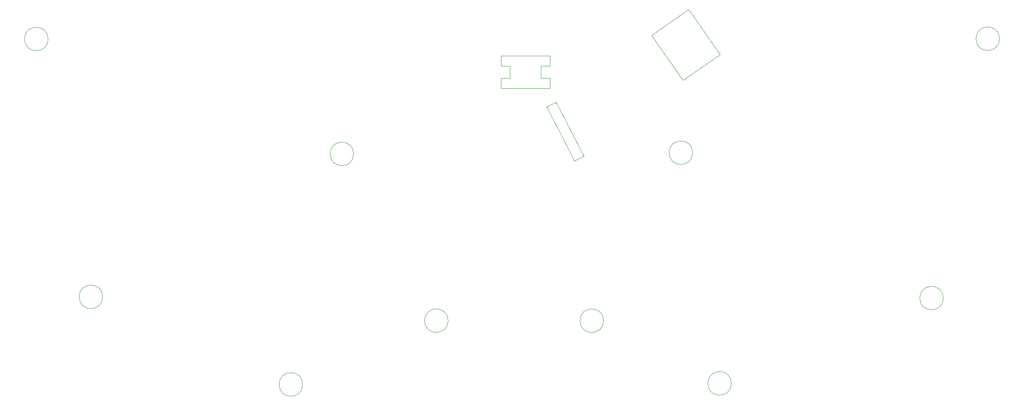
<source format=gbr>
%TF.GenerationSoftware,KiCad,Pcbnew,(6.0.4)*%
%TF.CreationDate,2022-11-04T17:16:24+01:00*%
%TF.ProjectId,Batreeq,42617472-6565-4712-9e6b-696361645f70,rev?*%
%TF.SameCoordinates,Original*%
%TF.FileFunction,Other,User*%
%FSLAX46Y46*%
G04 Gerber Fmt 4.6, Leading zero omitted, Abs format (unit mm)*
G04 Created by KiCad (PCBNEW (6.0.4)) date 2022-11-04 17:16:24*
%MOMM*%
%LPD*%
G01*
G04 APERTURE LIST*
%ADD10C,0.050000*%
%ADD11C,0.120000*%
G04 APERTURE END LIST*
D10*
%TO.C,H10*%
X168897346Y-98056076D02*
G75*
G03*
X168897346Y-98056076I-2450000J0D01*
G01*
%TO.C,H8*%
X251071075Y-39434330D02*
G75*
G03*
X251071075Y-39434330I-2450000J0D01*
G01*
%TO.C,H9*%
X136639343Y-98056079D02*
G75*
G03*
X136639343Y-98056079I-2450000J0D01*
G01*
%TO.C,H3*%
X195423895Y-111098068D02*
G75*
G03*
X195423895Y-111098068I-2450000J0D01*
G01*
%TO.C,H6*%
X117027344Y-63386078D02*
G75*
G03*
X117027344Y-63386078I-2450000J0D01*
G01*
%TO.C,H2*%
X106460023Y-111310117D02*
G75*
G03*
X106460023Y-111310117I-2450000J0D01*
G01*
%TO.C,H1*%
X64957345Y-93104077D02*
G75*
G03*
X64957345Y-93104077I-2450000J0D01*
G01*
%TO.C,H7*%
X187385343Y-63132079D02*
G75*
G03*
X187385343Y-63132079I-2450000J0D01*
G01*
D11*
%TO.C,U5*%
X157096631Y-53595628D02*
X162816911Y-64822310D01*
X162816911Y-64822310D02*
X164777125Y-63823531D01*
X164777125Y-63823531D02*
X159056844Y-52596849D01*
X159056844Y-52596849D02*
X157096631Y-53595628D01*
D10*
%TO.C,SW35*%
X157727347Y-47668078D02*
X157727347Y-49768078D01*
X157727347Y-42968078D02*
X157727347Y-45068078D01*
X149427347Y-45068078D02*
X147627347Y-45068078D01*
X155927347Y-45068078D02*
X155927347Y-47668078D01*
X147627347Y-42968078D02*
X157727347Y-42968078D01*
X157727347Y-49768078D02*
X147627347Y-49768078D01*
X149427347Y-47668078D02*
X149427347Y-45068078D01*
X147627347Y-45068078D02*
X147627347Y-42968078D01*
X147627347Y-47668078D02*
X149427347Y-47668078D01*
X155927347Y-47668078D02*
X157727347Y-47668078D01*
X157727347Y-45068078D02*
X155927347Y-45068078D01*
X147627347Y-49768078D02*
X147627347Y-47668078D01*
%TO.C,SW37*%
X185359011Y-48099300D02*
X178820240Y-38760967D01*
X186520269Y-33369348D02*
X193059041Y-42707681D01*
X178820240Y-38760967D02*
X186520269Y-33369348D01*
X193059041Y-42707681D02*
X185359011Y-48099300D01*
%TO.C,H5*%
X53620667Y-39497354D02*
G75*
G03*
X53620667Y-39497354I-2450000J0D01*
G01*
%TO.C,H4*%
X239415997Y-93358077D02*
G75*
G03*
X239415997Y-93358077I-2450000J0D01*
G01*
%TD*%
M02*

</source>
